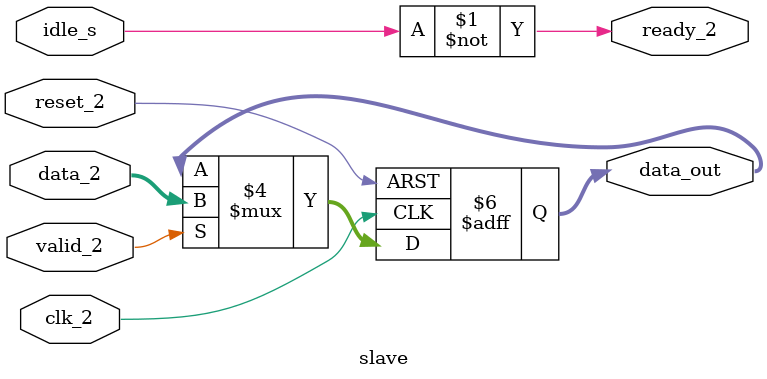
<source format=sv>
module slave(
    input  clk_2,
    input  reset_2,
    input  valid_2,
    input  [7:0] data_2,
    input  idle_s,
    output logic ready_2,
    output logic [7:0] data_out
    );
    assign ready_2 = ~idle_s;
    always_ff @(posedge clk_2, posedge reset_2)
    begin
        if(reset_2)
        begin
            data_out <= 0;
        end
        else
        begin
            if(valid_2)
            begin
                data_out <= data_2;
            end
            else
            begin
                data_out <= data_out;
            end

        end
    end
endmodule
</source>
